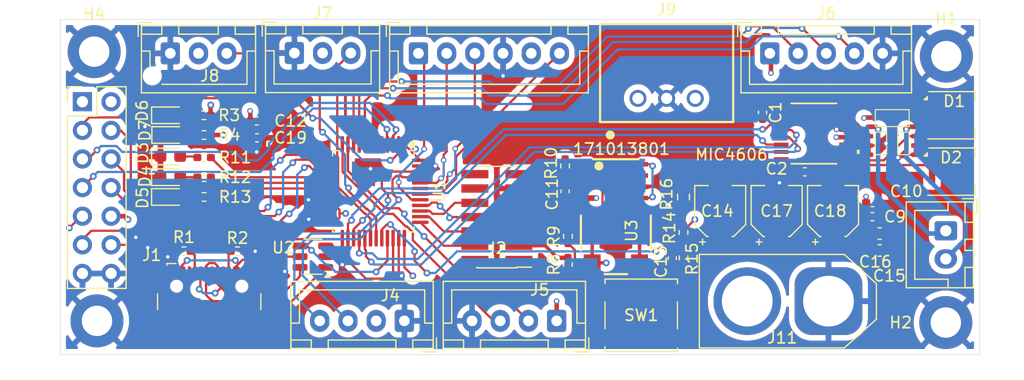
<source format=kicad_pcb>
(kicad_pcb (version 20240108) (generator "pcbnew") (generator_version "8.0")
  (layers (0 "F.Cu" signal) (1 "In1.Cu" signal) (2 "In2.Cu" signal) (31 "B.Cu" signal) (34 "B.Paste" user) (35 "F.Paste" user) (36 "B.SilkS" user "B.Silkscreen") (37 "F.SilkS" user "F.Silkscreen") (38 "B.Mask" user) (39 "F.Mask" user) (44 "Edge.Cuts" user))
  (net 0 "")
  (net 1 "Net-(MIC4606-BHB)")
  (net 2 "BHO")
  (net 3 "AHO")
  (net 4 "Net-(MIC4606-AHB)")
  (net 5 "GND")
  (net 6 "VCC")
  (net 7 "Net-(C11-Pad1)")
  (net 8 "+3.3V")
  (net 9 "/GPIO_filtered")
  (net 10 "Net-(C14-Pad2)")
  (net 11 "Net-(D3-A)")
  (net 12 "Net-(D4-A)")
  (net 13 "Net-(D5-A)")
  (net 14 "Net-(D6-A)")
  (net 15 "Net-(D7-A)")
  (net 16 "/V_USB")
  (net 17 "Net-(J1-CC1)")
  (net 18 "Net-(J1-CC2)")
  (net 19 "/D-")
  (net 20 "/D+")
  (net 24 "SWO")
  (net 25 "JTDI")
  (net 26 "SWDIO")
  (net 30 "SWCLK")
  (net 33 "MOT_1")
  (net 34 "MOT_2")
  (net 35 "/PA_7")
  (net 36 "/Echo_HC_SR04")
  (net 37 "/ADC_accelerometer_X")
  (net 38 "+5V")
  (net 39 "/PWM_TIM1_CH1")
  (net 40 "/PWM_TIM1_CH2")
  (net 41 "/USART1_RX")
  (net 42 "/STATE_Bluetooth")
  (net 43 "/USART1_TX")
  (net 44 "/EN_Bluetooth")
  (net 46 "ALO")
  (net 47 "ALI")
  (net 48 "BLI")
  (net 49 "AHI")
  (net 51 "BHI")
  (net 52 "BLO")
  (net 53 "/3.3V")
  (net 54 "Net-(R8-Pad2)")
  (net 55 "Net-(R10-Pad2)")
  (net 56 "/PB0_LED_1")
  (net 57 "/PB1_LED_2")
  (net 58 "/PB2_LED_3")
  (net 59 "Net-(R15-Pad2)")
  (net 60 "/USB_DP")
  (net 61 "/PC_14")
  (net 62 "/PC_13")
  (net 64 "/PA_6")
  (net 65 "/ADC_accelerometer_Z")
  (net 66 "/ADC_accelerometer_Y")
  (net 67 "/Trig_HC-SR04")
  (net 68 "/PA_5")
  (net 69 "/I2C1_SDA")
  (net 71 "/USB_DM")
  (net 72 "Net-(U3-Pad12)")
  (net 76 "/PC_15")
  (net 77 "/PB_10")
  (net 78 "/PB_11")
  (net 79 "/I2C1_SCL")
  (footprint "Connector_PinHeader_1.27mm:PinHeader_2x07_P1.27mm_Vertical_SMD" (layer "F.Cu") (at 87.7 117.54 180)
    (property "Reference" "J2")
    (property "Value" "Conn_ST_STDC14" (hide yes))
  )
  (footprint "MountingHole:MountingHole_2.7mm_M2.5_DIN965_Pad" (layer "F.Cu") (at 52.25 126.75)
    (property "Reference" "H3" (hide yes))
    (property "Value" "MountingHole_Pad" (hide yes))
  )
  (footprint "LED_SMD:LED_0603_1608Metric_Pad1.05x0.95mm_HandSolder" (layer "F.Cu") (at 58.75 108.5)
    (property "Reference" "D6")
    (property "Value" "RED_LED_5V" (hide yes))
  )
  (footprint "Resistor_SMD:R_0402_1005Metric_Pad0.72x0.64mm_HandSolder" (layer "F.Cu") (at 94 119.25 90)
    (property "Reference" "R9")
    (property "Value" "137k" (hide yes))
  )
  (footprint "Connector_JST:JST_XH_B4B-XH-A_1x04_P2.50mm_Vertical" (layer "F.Cu") (at 93 126.75 180)
    (property "Reference" "J5")
    (property "Value" "Conn_01x04")
  )
  (footprint "Resistor_SMD:R_0402_1005Metric_Pad0.72x0.64mm_HandSolder" (layer "F.Cu") (at 94 121.75 -90)
    (property "Reference" "R8")
    (property "Value" "287k" (hide yes))
  )
  (footprint "Capacitor_SMD:C_0402_1005Metric_Pad0.74x0.62mm_HandSolder" (layer "F.Cu") (at 93.75 115.25 90)
    (property "Reference" "C11")
    (property "Value" "1u")
  )
  (footprint "Capacitor_SMD:C_0402_1005Metric_Pad0.74x0.62mm_HandSolder" (layer "F.Cu") (at 121 116.25 180)
    (property "Reference" "C10")
    (property "Value" "10u" (hide yes))
  )
  (footprint "Resistor_SMD:R_0402_1005Metric_Pad0.72x0.64mm_HandSolder" (layer "F.Cu") (at 64.707628 120.57)
    (property "Reference" "R2")
    (property "Value" "5.1k" (hide yes))
  )
  (footprint "Diode_SMD:Littelfuse_PolyZen-LS" (layer "F.Cu") (at 128 108.5)
    (property "Reference" "D1")
    (property "Value" "D_Zener")
  )
  (footprint "Capacitor_SMD:C_0402_1005Metric_Pad0.74x0.62mm_HandSolder" (layer "F.Cu") (at 103.25 121.1825 -90)
    (property "Reference" "C13")
    (property "Value" "10n" (hide yes))
  )
  (footprint "Capacitor_SMD:CP_Elec_4x5.7" (layer "F.Cu") (at 107.5 117 90)
    (property "Reference" "C14")
    (property "Value" "10uF" (hide yes))
  )
  (footprint "Resistor_SMD:R_0402_1005Metric_Pad0.72x0.64mm_HandSolder" (layer "F.Cu") (at 61.7225 108.5 180)
    (property "Reference" "R3")
    (property "Value" "3k6" (hide yes))
  )
  (footprint "Connector_AMASS:AMASS_XT60-F_1x02_P7.20mm_Vertical" (layer "F.Cu") (at 117.1 125 180)
    (property "Reference" "J11")
    (property "Value" "Conn_01x02")
  )
  (footprint "Capacitor_SMD:C_0402_1005Metric_Pad0.74x0.62mm_HandSolder" (layer "F.Cu") (at 115 113.5196 180)
    (property "Reference" "C2")
    (property "Value" "1u" (hide yes))
  )
  (footprint "Connector_JST:JST_XH_B3B-XH-AM_1x03_P2.50mm_Vertical" (layer "F.Cu") (at 58.75 103)
    (property "Reference" "J8")
    (property "Value" "Conn_01x03" (hide yes))
  )
  (footprint "Resistor_SMD:R_0402_1005Metric_Pad0.72x0.64mm_HandSolder" (layer "F.Cu") (at 61.75 112.25 180)
    (property "Reference" "R11")
    (property "Value" "1k6" (hide yes))
  )
  (footprint "Package_QFP:LQFP-48_7x7mm_P0.5mm" (layer "F.Cu") (at 76.75 115.25 -90)
    (property "Reference" "U1")
    (property "Value" "STM32G431CBTx" (hide yes))
  )
  (footprint "MountingHole:MountingHole_2.7mm_M2.5_DIN965_Pad" (layer "F.Cu") (at 127.55 103.25)
    (property "Reference" "H1")
    (property "Value" "MountingHole_Pad" (hide yes))
  )
  (footprint "Connector_JST:JST_XH_B2B-XH-A_1x02_P2.50mm_Vertical" (layer "F.Cu") (at 127.5 118.75 -90)
    (property "Reference" "J3" (hide yes))
    (property "Value" "Conn_01x02" (hide yes))
  )
  (footprint "Capacitor_SMD:C_0402_1005Metric_Pad0.74x0.62mm_HandSolder" (layer "F.Cu") (at 66.4325 110.5)
    (property "Reference" "C19")
    (property "Value" "1u" (hide yes))
  )
  (footprint "Connector_JST:JST_XH_B6B-XH-A_1x06_P2.50mm_Vertical" (layer "F.Cu") (at 80.75 103)
    (property "Reference" "J12" (hide yes))
    (property "Value" "Conn_01x06")
  )
  (footprint "LED_SMD:LED_0603_1608Metric_Pad1.05x0.95mm_HandSolder" (layer "F.Cu") (at 58.75 115.75)
    (property "Reference" "D5")
    (property "Value" "LED_GREEN" (hide yes))
  )
  (footprint "Resistor_SMD:R_0402_1005Metric_Pad0.72x0.64mm_HandSolder" (layer "F.Cu") (at 104.25 121.1525 -90)
    (property "Reference" "R15")
    (property "Value" "10k" (hide yes))
  )
  (footprint "Connector_JST:JST_XH_B5B-XH-A_1x05_P2.50mm_Vertical" (layer "F.Cu") (at 111.9 103)
    (property "Reference" "J6")
    (property "Value" "Conn_01x05")
  )
  (footprint "LED_SMD:LED_0603_1608Metric_Pad1.05x0.95mm_HandSolder" (layer "F.Cu") (at 58.75 112.16)
    (property "Reference" "D3")
    (property "Value" "LED_GREEN" (hide yes))
  )
  (footprint "Connector_JST:JST_XH_B3B-XH-A_1x03_P2.50mm_Vertical" (layer "F.Cu") (at 69.75 102.975)
    (property "Reference" "J7")
    (property "Value" "Conn_01x03")
  )
  (footprint "LED_SMD:LED_0603_1608Metric_Pad1.05x0.95mm_HandSolder" (layer "F.Cu") (at 58.7775 110.25)
    (property "Reference" "D7")
    (property "Value" "RED_LED_3.3V" (hide yes))
  )
  (footprint "Resistor_SMD:R_0402_1005Metric_Pad0.72x0.64mm_HandSolder" (layer "F.Cu") (at 61.75 114 180)
    (property "Reference" "R12")
    (property "Value" "1k6" (hide yes))
  )
  (footprint "MountingHole:MountingHole_2.7mm_M2.5_DIN965_Pad" (layer "F.Cu") (at 127.5 126.9)
    (property "Reference" "H2")
    (property "Value" "MountingHole_Pad")
  )
  (footprint "Button_Switch_SMD:SW_Push_1P1T_NO_CK_KSC6xxJ" (layer "F.Cu") (at 100.5 126.25)
    (property "Reference" "SW1")
    (property "Value" "SW_Push")
  )
  (footprint "Package_TO_SOT_SMD:SOT-23-6" (layer "F.Cu") (at 71.3875 121.05 180)
    (property "Reference" "U2")
    (property "Value" "USBLC6-2SC6")
  )
  (footprint "Library_MAKER:173013542" (layer "F.Cu") (at 102.75 104.75)
    (property "Reference" "J9")
    (property "Value" "173010542")
  )
  (footprint "Diode_SMD:Littelfuse_PolyZen-LS" (layer "F.Cu") (at 128 113.5)
    (property "Reference" "D2")
    (property "Value" "D_Zener")
  )
  (footprint "Library_MAKER:TSSOP16_TS_MCH_MIS" (layer "F.Cu") (at 115.807501 110.124999)
    (property "Reference" "MIC4606")
    (property "Value" "~")
  )
  (footprint "Library_MAKER:FDMQ86530L" (layer "F.Cu") (at 122.75 110 -90)
    (property "Reference" "Mosfet_canal_N1" (hide yes))
    (property "Value" "~" (hide yes))
  )
  (footprint "Connector_USB:USB_C_Receptacle_GCT_USB4110" (layer "F.Cu") (at 62.2 126.175)
    (property "Reference" "J1")
    (property "Value" "USB_C_Receptacle_USB2.0_16P")
  )
  (footprint "Resistor_SMD:R_0402_1005Metric_Pad0.72x0.64mm_HandSolder" (layer "F.Cu") (at 93.75 113 90)
    (property "Reference" "R10")
    (property "Value" "5.6k" (hide yes))
  )
  (footprint "Capacitor_SMD:C_0402_1005Metric_Pad0.74x0.62mm_HandSolder" (layer "F.Cu") (at 121 117.5 180)
    (property "Reference" "C9")
    (property "Value" "22u" (hide yes))
  )
  (footprint "Capacitor_SMD:C_0603_1608Metric_Pad1.08x0.95mm_HandSolder" (layer "F.Cu") (at 121.6375 120.5)
    (property "Reference" "C15")
    (property "Value" "100nF" (hide yes))
  )
  (footprint "Resistor_SMD:R_0603_1608Metric_Pad0.98x0.95mm_HandSolder" (layer "F.Cu") (at 104.25 115.75 -90)
    (property "Reference" "R16")
    (property "Value" "110m")
  )
  (footprint "MountingHole:MountingHole_2.7mm_M2.5_DIN965_Pad" (layer "F.Cu") (at 52 102.85)
    (property "Reference" "H4")
    (property "Value" "MountingHole_Pad" (hide yes))
  )
  (footprint "Capacitor_SMD:C_0402_1005Metric_Pad0.74x0.62mm_HandSolder" (layer "F.Cu") (at 111.25 108.25 -90)
    (property "Reference" "C1")
    (property "Value" "1u" (hide yes))
  )
  (footprint "Capacitor_SMD:CP_Elec_4x5.7" (layer "F.Cu") (at 117.5 117 90)
    (property "Reference" "C18")
    (property "Value" "10uF" (hide yes))
  )
  (footprint "Resistor_SMD:R_0402_1005Metric_Pad0.72x0.64mm_HandSolder" (layer "F.Cu") (at 61.75 115.75 180)
    (property "Reference" "R13")
    (property "Value" "1k6" (hide yes))
  )
  (footprint "Library_MAKER:171023801" (layer "F.Cu") (at 98.25 117.5 -90)
    (property "Reference" "U3")
    (property "Value" "171013801")
  )
  (footprint "Resistor_SMD:R_0402_1005Metric_Pad0.72x0.64mm_HandSolder" (layer "F.Cu") (at 104.25 118.9025 -90)
    (property "Reference" "R14")
    (property "Value" "10k" (hide yes))
  )
  (footprint "Connector_PinHeader_2.54mm:PinHeader_2x07_P2.54mm_Vertical" (layer "F.Cu") (at 50.96 107.3)
    (property "Reference" "J10" (hide yes))
    (property "Value" "Conn_02x07_Odd_Even")
  )
  (footprint "Capacitor_SMD:C_0603_1608Metric_Pad1.08x0.95mm_HandSolder" (layer "F.Cu") (at 121.6375 119)
    (property "Reference" "C16")
    (property "Value" "100nF" (hide yes))
  )
  (footprint "LED_SMD:LED_0603_1608Metric_Pad1.05x0.95mm_HandSolder" (layer "F.Cu") (at 58.75 114)
    (property "Reference" "D4")
    (property "Value" "LED_GREEN" (hide yes))
  )
  (footprint "Resistor_SMD:R_0402_1005Metric_Pad0.72x0.64mm_HandSolder" (layer "F.Cu") (at 59.957628 120.57 180)
    (property "Reference" "R1")
    (property "Value" "5.1k" (hide yes))
  )
  (footprint "Capacitor_SMD:C_0402_1005Metric_Pad0.74x0.62mm_HandSolder" (layer "F.Cu") (at 66.415 109)
    (property "Reference" "C12")
    (property "Value" "1u" (hide yes))
  )
  (footprint "Capacitor_SMD:CP_Elec_4x5.7" (layer "F.Cu") (at 112.5 117 90)
    (property "Reference" "C17")
    (property "Value" "10uF" (hide yes))
  )
  (footprint "Connector_JST:JST_XH_B4B-XH-A_1x04_P2.50mm_Vertical" (layer "F.Cu") (at 79.5 126.75 180)
    (property "Reference" "J4")
    (property "Value" "Conn_01x04")
  )
  (footprint "Resistor_SMD:R_0402_1005Metric_Pad0.72x0.64mm_HandSolder" (layer "F.Cu") (at 61.75 110.25 180)
    (property "Reference" "R4")
    (property "Value" "1k6" (hide yes))
  )
  (gr_rect (start 49 100) (end 130.5 129.75) (stroke (width 0.05)) (fill none) (layer "Edge.Cuts"))
  (segment (start 111.25 108.8175) (end 111.25 108.748186) (width 0.2) (layer "F.Cu") (net 1))
  (segment (start 111.25 108.748186) (end 112.148186 107.85) (width 0.2) (layer "F.Cu") (net 1))
  (segment (start 112.148186 107.85) (end 112.908551 107.85) (width 0.2) (layer "F.Cu") (net 1))
  (segment (start 121.12 107.88) (end 121.62 107.38) (width 0.2) (layer "F.Cu") (net 2))
  (segment (start 125.16 107.38) (end 126.28 108.5) (width 0.2) (layer "F.Cu") (net 2))
  (segment (start 118.736451 107.88) (end 118.706451 107.85) (width 0.2) (layer "F.Cu") (net 2))
  (segment (start 118.706451 107.85) (end 118.706451 108.500001) (width 0.2) (layer "F.Cu") (net 2))
  (segment (start 120.75 107.88) (end 121.12 107.88) (width 0.2) (layer "F.Cu") (net 2))
  (segment (start 112.0599 107.3726) (end 111.75 107.6825) (width 0.2) (layer "F.Cu") (net 2))
  (segment (start 118.229051 107.3726) (end 112.0599 107.3726) (width 0.2) (layer "F.Cu") (net 2))
  (segment (start 121.62 107.38) (end 125.16 107.38) (width 0.2) (layer "F.Cu") (net 2))
  (segment (start 120.75 107.88) (end 118.736451 107.88) (width 0.2) (layer "F.Cu") (net 2))
  (segment (start 111.75 107.6825) (end 111.25 107.6825) (width 0.2) (layer "F.Cu") (net 2))
  (segment (start 118.706451 107.85) (end 118.229051 107.3726) (width 0.2) (layer "F.Cu") (net 2))
  (segment (start 118.807501 111.85105) (end 118.706451 111.75) (width 0.2) (layer "F.Cu") (net 3))
  (segment (start 118.706451 112.399998) (end 118.807501 112.298948) (width 0.2) (layer "F.Cu") (net 3))
  (segment (start 125.074999 107.88) (end 125.7 108.505001) (width 0.2) (layer "F.Cu") (net 3))
  (segment (start 118.778227 112.471773) (end 119.226453 112.92) (width 0.2) (layer "F.Cu") (net 3))
  (segment (start 118.807501 112.298948) (end 118.807501 111.85105) (width 0.2) (layer "F.Cu") (net 3))
  (segment (start 124.75 107.88) (end 125.074999 107.88) (width 0.2) (layer "F.Cu") (net 3))
  (segment (start 119.226453 112.92) (end 125.7 112.92) (width 0.2) (layer "F.Cu") (net 3))
  (segment (start 117.7304 113.5196) (end 118.778227 112.471773) (width 0.2) (layer "F.Cu") (net 3))
  (segment (start 125.7 112.92) (end 126.28 113.5) (width 0.2) (layer "F.Cu") (net 3))
  (segment (start 125.7 108.505001) (end 125.7 112.92) (width 0.2) (layer "F.Cu") (net 3))
  (segment (start 115.5675 113.5196) (end 117.7304 113.5196) (width 0.2) (layer "F.Cu") (net 3))
  (segment (start 118.706451 112.399998) (end 118.778227 112.471773) (width 0.2) (layer "F.Cu") (net 3))
  (segment (start 114.4325 113.5196) (end 114.028153 113.5196) (width 0.2) (layer "F.Cu") (net 4))
  (segment (start 114.4521 113.5) (end 114.4325 113.5196) (width 0.2) (layer "F.Cu") (net 4))
  (segment (start 114.028153 113.5196) (end 112.908551 112.399998) (width 0.2) (layer "F.Cu") (net 4))
  (segment (start 58.967628 122.495) (end 58.392628 123.07) (width 0.2) (layer "F.Cu") (net 5))
  (segment (start 71.25475 117.5) (end 72.5875 117.5) (width 0.2) (layer "F.Cu") (net 5))
  (segment (start 66.40224 111.74923) (end 66.40224 111.09776) (width 0.2) (layer "F.Cu") (net 5))
  (segment (start 59.027628 120.57) (end 58.527628 121.07) (width 0.2) (layer "F.Cu") (net 5))
  (segment (start 57.9025 112.1325) (end 57.875 112.16) (width 0.2) (layer "F.Cu") (net 5))
  (segment (start 71.150882 115.5) (end 72.5875 115.5) (width 0.2) (layer "F.Cu") (net 5))
  (segment (start 59.360128 120.57) (end 59.027628 120.57) (width 0.2) (layer "F.Cu") (net 5))
  (segment (start 79.25 122.75) (end 79 122.5) (width 0.2) (layer "F.Cu") (net 5))
  (segment (start 67 109.0175) (end 66.9825 109) (width 0.2) (layer "F.Cu") (net 5))
  (segment (start 112.5 115.2) (end 112.5 114.75) (width 0.2) (layer "F.Cu") (net 5))
  (segment (start 71 115.650882) (end 71.150882 115.5) (width 0.2) (layer "F.Cu") (net 5))
  (segment (start 73.3 121.05) (end 74 121.75) (width 0.2) (layer "F.Cu") (net 5))
  (segment (start 118.706451 109.800001) (end 117.867158 109.800001) (width 0.2) (layer "F.Cu") (net 5))
  (segment (start 56.5 109.5) (end 57.5 108.5) (width 0.2) (layer "F.Cu") (net 5))
  (segment (start 112.5 114.75) (end 112.75 114.5) (width 0.2) (layer "F.Cu") (net 5))
  (segment (start 66.40224 111.09776) (end 67 110.5) (width 0.2) (layer "F.Cu") (net 5))
  (segment (start 59.360128 121.2375) (end 59.360128 120.57) (width 0.2) (layer "F.Cu") (net 5))
  (segment (start 123.5 112) (end 123.25 112.25) (width 0.2) (layer "F.Cu") (net 5))
  (segment (start 98.65 114.85) (end 98.25 114.45) (width 0.2) (layer "F.Cu") (net 5))
  (segment (start 124.75 112) (end 123.5 112) (width 0.2) (layer "F.Cu") (net 5))
  (segment (start 124.75 111.18) (end 124.75 112) (width 0.2) (layer "F.Cu") (net 5))
  (segment (start 57.875 108.5) (end 57.875 110.2225) (width 0.2) (layer "F.Cu") (net 5))
  (segment (start 58.967628 122.495) (end 58.967628 121.63) (width 0.2) (layer "F.Cu") (net 5))
  (segment (start 57.875 114) (end 57.875 115.75) (width 0.2) (layer "F.Cu") (net 5))
  (segment (start 120.75 112) (end 120.75 111.18) (width 0.2) (layer "F.Cu") (net 5))
  (segment (start 120.75 111.18) (end 122.02 111.18) (width 0.2) (layer "F.Cu") (net 5))
  (segment (start 68.184613 123.07) (end 68.897245 122.357368) (width 0.2) (layer "F.Cu") (net 5))
  (segment (start 80.9125 113) (end 82.25 113) (width 0.2) (layer "F.Cu") (net 5))
  (segment (start 122.02 111.18) (end 122.2 111) (width 0.2) (layer "F.Cu") (net 5))
  (segment (start 74 121.75) (end 73.994485 121.755515) (width 0.2) (layer "F.Cu") (net 5))
  (segment (start 67 110.5) (end 67 109.0175) (width 0.2) (layer "F.Cu") (net 5))
  (segment (start 57.875 112.16) (end 57.875 114) (width 0.2) (layer "F.Cu") (net 5))
  (segment (start 79 122.5) (end 79 119.4125) (width 0.2) (layer "F.Cu") (net 5))
  (segment (start 57.5 108.5) (end 57.875 108.5) (width 0.2) (layer "F.Cu") (net 5))
  (segment (start 71.021689 117.733061) (end 71.25475 117.5) (width 0.2) (layer "F.Cu") (net 5))
  (segment (start 57.9025 110.25) (end 57.9025 112.1325) (width 0.2) (layer "F.Cu") (net 5))
  (segment (start 103.1625 116.6625) (end 104.25 116.6625) (width 0.2) (layer "F.Cu") (net 5))
  (segment (start 65.942628 123.07) (end 65.367628 122.495) (width 0.2) (layer "F.Cu") (net 5))
  (segment (start 57.875 110.2225) (end 57.9025 110.25) (width 0.2) (layer "F.Cu") (net 5))
  (segment (start 58.392628 123.07) (end 57.057628 123.07) (width 0.2) (layer "F.Cu") (net 5))
  (segment (start 65.942628 123.07) (end 67.277628 123.07) (width 0.2) (layer "F.Cu") (net 5))
  (segment (start 117.867158 109.800001) (end 117.814406 109.747249) (width 0.2) (layer "F.Cu") (net 5))
  (segment (start 67.277628 123.07) (end 68.184613 123.07) (width 0.2) (layer "F.Cu") (net 5))
  (segment (start 103 116.5) (end 103.1625 116.6625) (width 0.2) (layer "F.Cu") (net 5))
  (segment (start 58.967628 121.63) (end 59.360128 121.2375) (width 0.2) (layer "F.Cu") (net 5))
  (segment (start 72.525 121.05) (end 73.3 121.05) (width 0.2) (layer "F.Cu") (net 5))
  (segment (start 71 116) (end 71 115.650882) (width 0.2) (layer "F.Cu") (net 5))
  (segment (start 65.305128 120.57) (end 66.277628 120.57) (width 0.2) (layer "F.Cu") (net 5))
  (via (at 122.2 111) (size 0.6) (drill 0.3) (layers "F.Cu" "B.Cu") (net 5))
  (via (at 68.897245 122.357368) (size 0.6) (drill 0.3) (layers "F.Cu" "B.Cu") (net 5))
  (via (at 66.40224 111.74923) (size 0.6) (drill 0.3) (layers "F.Cu" "B.Cu") (net 5))
  (via (at 73.994485 121.755515) (size 0.6) (drill 0.3) (layers "F.Cu" "B.Cu") (net 5))
  (via (at 82.25 113) (size 0.5) (drill 0.3) (layers "F.Cu" "B.Cu") (net 5))
  (via (at 117.814406 109.747249) (size 0.5) (drill 0.3) (layers "F.Cu" "B.Cu") (net 5))
  (via (at 58.527628 121.07) (size 0.6) (drill 0.3) (layers "F.Cu" "B.Cu") (net 5))
  (via (at 55.690589 119.327896) (size 0.5) (drill 0.3) (layers "F.Cu" "B.Cu") (net 5))
  (via (at 56.5 109.5) (size 0.6) (drill 0.3) (layers "F.Cu" "B.Cu") (net 5))
  (via (at 88.25 105) (size 0.6) (drill 0.3) (layers "F.Cu" "B.Cu") (net 5))
  (via (at 112.75 114.5) (size 0.6) (drill 0.3) (layers "F.Cu" "B.Cu") (net 5))
  (via (at 123.25 112.25) (size 0.6) (drill 0.3) (layers "F.Cu" "B.Cu") (net 5))
  (via (at 76.5 113.25) (size 0.5) (drill 0.3) (layers "F.Cu" "B.Cu") (net 5))
  (via (at 71.021689 117.733061) (size 0.6) (drill 0.3) (layers "F.Cu" "B.Cu") (net 5))
  (via (at 103 116.5) (size 0.6) (drill 0.3) (layers "F.Cu" "B.Cu") (net 5))
  (via (at 79.25 122.75) (size 0.6) (drill 0.3) (layers "F.Cu" "B.Cu") (net 5))
  (via (at 56.75 120.25) (size 0.5) (drill 0.3) (layers "F.Cu" "B.Cu") (net 5))
  (via (at 66.277628 120.57) (size 0.6) (drill 0.3) (layers "F.Cu" "B.Cu") (net 5))
  (via (at 71 116) (size 0.6) (drill 0.3) (layers "F.Cu" "B.Cu") (net 5))
  (segment (start 88.25 103) (end 88.25 105) (width 0.2) (layer "B.Cu") (net 5))
  (segment (start 117.5 118.8) (end 119.1325 118.8) (width 0.4) (layer "F.Cu") (net 6))
  (segment (start 124.75 108.7) (end 120.75 108.7) (width 0.4) (layer "F.Cu") (net 6))
  (segment (start 95.65 116.85) (end 95.65 115.85) (width 0.5) (layer "F.Cu") (net 6))
  (segment (start 120.4325 118.6575) (end 120.775 119) (width 0.4) (layer "F.Cu") (net 6))
  (segment (start 118.706451 110.45) (end 117.791895 110.45) (width 0.4) (layer "F.Cu") (net 6))
  (segment (start 112.5 118.8) (end 117.5 118.8) (width 0.4) (layer "F.Cu") (net 6))
  (segment (start 120.4325 115.720054) (end 120.428608 115.716162) (width 0.4) (layer "F.Cu") (net 6))
  (segment (start 117.791895 110.45) (end 117.788673 110.446778) (width 0.4) (layer "F.Cu") (net 6))
  (segment (start 120.775 119) (end 120.775 120.5) (width 0.4) (layer "F.Cu") (net 6))
  (segment (start 120.4325 116.25) (end 120.4325 115.720054) (width 0.4) (layer "F.Cu") (net 6))
  (segment (start 119.1325 118.8) (end 120.4325 117.5) (width 0.4) (layer "F.Cu") (net 6))
  (segment (start 120.4325 116.25) (end 120.4325 117.5) (width 0.4) (layer "F.Cu") (net 6))
  (segment (start 120.3 108.7) (end 120.25 108.75) (width 0.4) (layer "F.Cu") (net 6))
  (segment (start 95.65 115.85) (end 96.514743 115.849999) (width 0.5) (layer "F.Cu") (net 6))
  (segment (start 120.75 108.7) (end 120.3 108.7) (width 0.4) (layer "F.Cu") (net 6))
  (segment (start 107.5 118.8) (end 112.5 118.8) (width 0.4) (layer "F.Cu") (net 6))
  (segment (start 120.4325 117.5) (end 120.4325 118.6575) (width 0.4) (layer "F.Cu") (net 6))
  (via (at 96.514743 115.849999) (size 0.5) (drill 0.3) (layers "F.Cu" "B.Cu") (net 6))
  (via (at 120.428608 115.716162) (size 0.5) (drill 0.3) (layers "F.Cu" "B.Cu") (net 6))
  (via (at 117.788673 110.446778) (size 0.5) (drill 0.3) (layers "F.Cu" "B.Cu") (net 6))
  (via (at 120.25 108.75) (size 0.5) (drill 0.3) (layers "F.Cu" "B.Cu") (net 6))
  (segment (start 93.75 115.8175) (end 94.6825 115.8175) (width 0.2) (layer "F.Cu") (net 7))
  (segment (start 94.6825 115.8175) (end 95.65 114.85) (width 0.2) (layer "F.Cu") (net 7))
  (segment (start 73.35741 116.5) (end 73.75 116.89259) (width 0.2) (layer "F.Cu") (net 8))
  (segment (start 93 126.75) (end 93 125) (width 0.4) (layer "F.Cu") (net 8))
  (segment (start 91.994071 120.08) (end 93.04646 121.132389) (width 0.3) (layer "F.Cu") (net 8))
  (segment (start 96.15 121.6) (end 96.15 119.1) (width 0.3) (layer "F.Cu") (net 8))
  (segment (start 73.35741 118) (end 72.5875 118) (width 0.2) (layer "F.Cu") (net 8))
  (segment (start 65.8475 109) (end 65.8475 110.4825) (width 0.2) (layer "F.Cu") (net 8))
  (segment (start 79.5 119.4125) (end 79.5 122) (width 0.2) (layer "F.Cu") (net 8))
  (segment (start 65.8475 108.145223) (end 65.821192 108.118915) (width 0.4) (layer "F.Cu") (net 8))
  (segment (start 73.75 117.60741) (end 73.35741 118) (width 0.2) (layer "F.Cu") (net 8))
  (segment (start 50.96 117.46) (end 50.84 117.46) (width 0.2) (layer "F.Cu") (net 8))
  (segment (start 94 121.1525) (end 93.066571 121.1525) (width 0.4) (layer "F.Cu") (net 8))
  (segment (start 80.20625 111.79375) (end 79.5 111.0875) (width 0.2) (layer "F.Cu") (net 8))
  (segment (start 73.75 116.89259) (end 73.75 117.212631) (width 0.2) (layer "F.Cu") (net 8))
  (segment (start 93.066571 121.1525) (end 93.04646 121.132389) (width 0.4) (layer "F.Cu") (net 8))
  (segment (start 53.5 117.46) (end 54.71 117.46) (width 0.4) (layer "F.Cu") (net 8))
  (segment (start 54.71 117.46) (end 55 117.75) (width 0.4) (layer "F.Cu") (net 8))
  (segment (start 65.8475 110.4825) (end 65.865 110.5) (width 0.2) (layer "F.Cu") (net 8))
  (segment (start 100.35 119.1) (end 100.35 121.6) (width 0.3) (layer "F.Cu") (net 8))
  (segment (start 74.296196 117.212631) (end 73.75 117.212631) (width 0.2) (layer "F.Cu") (net 8))
  (segment (start 80.20625 111.79375) (end 80.5 111.5) (width 0.2) (layer "F.Cu") (net 8))
  (segment (start 96.15 119.1) (end 100.35 119.1) (width 0.4) (layer "F.Cu") (net 8))
  (segment (start 65.8475 109) (end 65.8475 108.145223) (width 0.4) (layer "F.Cu") (net 8))
  (segment (start 72.5875 116.5) (end 73.35741 116.5) (width 0.2) (layer "F.Cu") (net 8))
  (segment (start 97.395052 121.6) (end 97.395468 121.599584) (width 0.3) (layer "F.Cu") (net 8))
  (segment (start 80.9125 112.5) (end 80.20625 111.79375) (width 0.2) (layer "F.Cu") (net 8))
  (segment (start 96.15 121.6) (end 97.395052 121.6) (width 0.3) (layer "F.Cu") (net 8))
  (segment (start 79.5 122) (end 80.25 122.75) (width 0.2) (layer "F.Cu") (net 8))
  (segment (start 73.75 117.212631) (end 73.75 117.60741) (width 0.2) (layer "F.Cu") (net 8))
  (segment (start 89.65 120.08) (end 91.994071 120.08) (width 0.3) (layer "F.Cu") (net 8))
  (segment (start 50.84 117.46) (end 49.8 118.5) (width 0.2) (layer "F.Cu") (net 8))
  (via (at 97.395468 121.599584) (size 0.6) (drill 0.3) (layers "F.Cu" "B.Cu") (net 8))
  (via (at 74.296196 117.212631) (size 0.6) (drill 0.3) (layers "F.Cu" "B.Cu") (net 8))
  (via (at 80.25 122.75) (size 0.6) (drill 0.3) (layers "F.Cu" "B.Cu") (net 8))
  (via (at 55 117.75) (size 0.6) (drill 0.3) (layers "F.Cu" "B.Cu") (net 8))
  (via (at 49.8 118.5) (size 0.6) (drill 0.3) (layers "F.Cu" "B.Cu") (net 8))
  (via (at 93.04646 121.132389) (size 0.5) (drill 0.3) (layers "F.Cu" "B.Cu") (net 8))
  (via (at 80.5 111.5) (size 0.6) (drill 0.3) (layers "F.Cu" "B.Cu") (net 8))
  (via (at 65.821192 108.118915) (size 0.5) (drill 0.3) (layers "F.Cu" "B.Cu") (net 8))
  (via (at 93 125) (size 0.5) (drill 0.3) (layers "F.Cu" "B.Cu") (net 8))
  (segment (start 104.19 120.615) (end 104.25 120.555) (width 0.3) (layer "F.Cu") (net 9))
  (segment (start 103.25 120.615) (end 104.19 120.615) (width 0.3) (layer "F.Cu") (net 9))
  (segment (start 102.164778 120.25) (end 102.5 120.25) (width 0.2) (layer "F.Cu") (net 9))
  (segment (start 77.5 118.64259) (end 77.945196 118.197394) (width 0.2) (layer "F.Cu") (net 9))
  (segment (start 101.832389 120.582389) (end 102.164778 120.25) (width 0.2) (layer "F.Cu") (net 9))
  (segment (start 104.25 120.555) (end 104.25 119.5) (width 0.3) (layer "F.Cu") (net 9))
  (segment (start 80.407257 120.592743) (end 80.407257 121.407257) (width 0.2) (layer "F.Cu") (net 9))
  (segment (start 80.407257 121.407257) (end 81.5 122.5) (width 0.2) (layer "F.Cu") (net 9))
  (segment (start 102.865 120.615) (end 103.25 120.615) (width 0.2) (layer "F.Cu") (net 9))
  (segment (start 77.945196 118.197394) (end 78.26263 118.197394) (width 0.2) (layer "F.Cu") (net 9))
  (segment (start 77.5 119.4125) (end 77.5 118.64259) (width 0.2) (layer "F.Cu") (net 9))
  (segment (start 102.5 120.25) (end 102.865 120.615) (width 0.2) (layer "F.Cu") (net 9))
  (via (at 101.832389 120.582389) (size 0.6) (drill 0.3) (layers "F.Cu" "B.Cu") (net 9))
  (via (at 81.5 122.5) (size 0.6) (drill 0.3) (layers "F.Cu" "B.Cu") (net 9))
  (via (at 78.26263 118.197394) (size 0.6) (drill 0.3) (layers "F.Cu" "B.Cu") (net 9))
  (via (at 80.407257 120.592743) (size 0.6) (drill 0.3) (layers "F.Cu" "B.Cu") (net 9))
  (segment (start 78.26263 118.197394) (end 80.407257 120.342021) (width 0.2) (layer "B.Cu") (net 9))
  (segment (start 84.167611 120.582389) (end 82.25 122.5) (width 0.2) (layer "B.Cu") (net 9))
  (segment (start 101.832389 120.582389) (end 84.167611 120.582389) (width 0.2) (layer "B.Cu") (net 9))
  (segment (start 80.407257 120.342021) (end 80.407257 120.592743) (width 0.2) (layer "B.Cu") (net 9))
  (segment (start 82.25 122.5) (end 81.5 122.5) (width 0.2) (layer "B.Cu") (net 9))
  (segment (start 107.1375 114.8375) (end 107.5 115.2) (width 0.3) (layer "F.Cu") (net 10))
  (segment (start 104.25 114.8375) (end 107.1375 114.8375) (width 0.3) (layer "F.Cu") (net 10))
  (segment (start 59.625 112.16) (end 61.0625 112.16) (width 0.2) (layer "F.Cu") (net 11))
  (segment (start 61.0625 112.16) (end 61.1525 112.25) (width 0.2) (layer "F.Cu") (net 11))
  (segment (start 59.625 114) (end 61.1525 114) (width 0.2) (layer "F.Cu") (net 12))
  (segment (start 59.625 115.75) (end 61.1525 115.75) (width 0.2) (layer "F.Cu") (net 13))
  (segment (start 59.625 108.5) (end 61.125 108.5) (width 0.2) (layer "F.Cu") (net 14))
  (segment (start 59.6525 110.25) (end 61.1525 110.25) (width 0.2) (layer "F.Cu") (net 15))
  (segment (start 69.072372 121.05) (end 70.25 121.05) (width 0.2) (layer "F.Cu") (net 16))
  (segment (start 64.517628 121.3853) (end 64.786143 121.653815) (width 0.2) (layer "F.Cu") (net 16))
  (segment (start 64.786143 121.653815) (end 64.833815 121.653815) (width 0.2) (layer "F.Cu") (net 16))
  (segment (start 64.567628 121.920001) (end 64.833815 121.653815) (width 0.2) (layer "F.Cu") (net 16))
  (segment (start 64.567628 122.495) (end 64.567628 121.920001) (width 0.2) (layer "F.Cu") (net 16))
  (segment (start 59.767628 122.495) (end 59.767628 121.848779) (width 0.2) (layer "F.Cu") (net 16))
  (segment (start 64.833815 121.653815) (end 65.167629 121.32) (width 0.2) (layer "F.Cu") (net 16))
  (segment (start 59.767628 121.848779) (end 60.237392 121.379015) (width 0.2) (layer "F.Cu") (net 16))
  (segment (start 68.802372 121.32) (end 69.072372 121.05) (width 0.2) (layer "F.Cu") (net 16))
  (segment (start 65.167629 121.32) (end 68.802372 121.32) (width 0.2) (layer "F.Cu") (net 16))
  (via (at 64.517628 121.3853) (size 0.6) (drill 0.3) (layers "F.Cu" "B.Cu") (net 16))
  (via (at 60.237392 121.379015) (size 0.6) (drill 0.3) (layers "F.Cu" "B.Cu") (net 16))
  (segment (start 60.237392 121.379015) (end 64.511343 121.379015) (width 0.2) (layer "B.Cu") (net 16))
  (segment (start 64.511343 121.379015) (end 64.517628 121.3853) (width 0.2) (layer "B.Cu") (net 16))
  (segment (start 60.917628 120.9325) (end 60.917628 122.495) (width 0.2) (layer "F.Cu") (net 17))
  (segment (start 60.555128 120.57) (end 60.917628 120.9325) (width 0.2) (layer "F.Cu") (net 17))
  (segment (start 63.917628 120.7625) (end 63.917628 122.495) (width 0.2) (layer "F.Cu") (net 18))
  (segment (start 64.110128 120.57) (end 63.917628 120.7625) (width 0.2) (layer "F.Cu") (net 18))
  (segment (start 63.233752 123.82) (end 62.97069 124.083062) (width 0.2) (layer "F.Cu") (net 19))
  (segment (start 70.25 122) (end 70.25 122.792372) (width 0.2) (layer "F.Cu") (net 19))
  (segment (start 62.765626 124.288126) (end 62.97069 124.083062) (width 0.2) (layer "F.Cu") (net 19))
  (segment (start 61.417628 123.838349) (end 61.417628 122.495) (width 0.2) (layer "F.Cu") (net 19))
  (segment (start 62.685218 123.37) (end 62.417628 123.10241) (width 0.2) (layer "F.Cu") (net 19))
  (segment (start 64.027628 124.57) (end 63.277628 123.82) (width 0.2) (layer "F.Cu") (net 19))
  (segment (start 63.277628 123.82) (end 63.233752 123.82) (width 0.2) (layer "F.Cu") (net 19))
  (segment (start 63.233752 123.82) (end 63.233752 123.776124) (width 0.2) (layer "F.Cu") (net 19))
  (segment (start 61.317628 123.938349) (end 61.417628 123.838349) (width 0.2) (layer "F.Cu") (net 19))
  (segment (start 68.472372 124.57) (end 64.027628 124.57) (width 0.2) (layer "F.Cu") (net 19))
  (segment (start 62.72454 124.288126) (end 62.765626 124.288126) (width 0.2) (layer "F.Cu") (net 19))
  (segment (start 70.25 122.792372) (end 68.472372 124.57) (width 0.2) (layer "F.Cu") (net 19))
  (segment (start 63.233752 123.776124) (end 62.827628 123.37) (width 0.2) (layer "F.Cu") (net 19))
  (segment (start 62.417628 123.10241) (end 62.417628 122.495) (width 0.2) (layer "F.Cu") (net 19))
  (segment (start 62.827628 123.37) (end 62.685218 123.37) (width 0.2) (layer "F.Cu") (net 19))
  (via (at 62.72454 124.288126) (size 0.6) (drill 0.3) (layers "F.Cu" "B.Cu") (net 19))
  (via (at 61.317628 123.938349) (size 0.6) (drill 0.3) (layers "F.Cu" "B.Cu") (net 19))
  (segment (start 61.667405 124.288126) (end 61.317628 123.938349) (width 0.2) (layer "B.Cu") (net 19))
  (segment (start 62.72454 124.288126) (end 61.667405 124.288126) (width 0.2) (layer "B.Cu") (net 19))
  (segment (start 62.95 121.88759) (end 62.95 122.495) (width 0.2) (layer "F.Cu") (net 20))
  (segment (start 69.625 124.9) (end 72.525 122) (width 0.2) (layer "F.Cu") (net 20))
  (segment (start 62.68241 121.62) (end 62.95 121.88759) (width 0.2) (layer "F.Cu") (net 20))
  (segment (start 69.525 125) (end 69.6375 124.8875) (width 0.2) (layer "F.Cu") (net 20))
  (segment (start 61.917628 121.88759) (end 62.185218 121.62) (width 0.2) (layer "F.Cu") (net 20))
  (segment (start 62.527628 125) (end 69.525 125) (width 0.2) (layer "F.Cu") (net 20))
  (segment (start 62.427628 124.9) (end 62.527628 125) (width 0.2) (layer "F.Cu") (net 20))
  (segment (start 61.917628 124.46) (end 61.917628 121.88759) (width 0.2) (layer "F.Cu") (net 20))
  (segment (start 62.185218 121.62) (end 62.68241 121.62) (width 0.2) (layer "F.Cu") (net 20))
  (segment (start 62.427628 124.97) (end 61.917628 124.46) (width 0.2) (layer "F.Cu") (net 20))
  (segment (start 82.675 116.575) (end 82.35 116.25) (width 0.2) (layer "F.Cu") (net 24))
  (segment (start 82.35 116.25) (end 81.93241 116.25) (width 0.2) (layer "F.Cu") (net 24))
  (segment (start 83.56 117.54) (end 85.75 117.54) (width 0.2) (layer "F.Cu") (net 24))
  (segment (start 81.68241 116.5) (end 80.9125 116.5) (width 0.2) (layer "F.Cu") (net 24))
  (segment (start 83.5 117.6) (end 83.56 117.54) (width 0.2) (layer "F.Cu") (net 24))
  (segment (start 81.93241 116.25) (end 81.68241 116.5) (width 0.2) (layer "F.Cu") (net 24))
  (via (at 82.675 116.575) (size 0.6) (drill 0.3) (layers "F.Cu" "B.Cu") (net 24))
  (via (at 83.5 117.6) (size 0.6) (drill 0.3) (layers "F.Cu" "B.Cu") (net 24))
  (segment (start 82.675 116.575) (end 83.5 117.4) (width 0.2) (layer "B.Cu") (net 24))
  (segment (start 83.5 117.4) (end 83.5 117.6) (width 0.2) (layer "B.Cu") (net 24))
  (segment (start 83.001471 117.25) (end 83.981471 116.27) (width 0.2) (layer "F.Cu") (net 25))
  (segment (start 81.748095 117) (end 81.998095 117.25) (width 0.2) (layer "F.Cu") (net 25))
  (segment (start 80.9125 117) (end 81.748095 117) (width 0.2) (layer "F.Cu") (net 25))
  (segment (start 83.981471 116.27) (end 85.75 116.27) (width 0.2) (layer "F.Cu") (net 25))
  (segment (start 81.998095 117.25) (end 83.001471 117.25) (width 0.2) (layer "F.Cu") (net 25))
  (segment (start 82.9925 120.08) (end 80.9125 118) (width 0.2) (layer "F.Cu") (net 26))
  (segment (start 85.75 120.08) (end 82.9925 120.08) (width 0.2) (layer "F.Cu") (net 26))
  (segment (start 80.9125 117.5) (end 81.68241 117.5) (width 0.2) (layer "F.Cu") (net 30))
  (segment (start 81.68241 117.5) (end 82.99241 118.81) (width 0.2) (layer "F.Cu") (net 30))
  (segment (start 82.99241 118.81) (end 85.75 118.81) (width 0.2) (layer "F.Cu") (net 30))
  (segment (start 121.27 109.52) (end 121.5 109.75) (width 0.4) (layer "F.Cu") (net 33))
  (segment (start 127.25 119) (end 127.5 118.75) (width 0.4) (layer "F.Cu") (net 33))
  (segment (start 120.75 109.52) (end 121.27 109.52) (width 0.4) (layer "F.Cu") (net 33))
  (via (at 121.5 109.75) (size 0.6) (drill 0.3) (layers "F.Cu" "B.Cu") (net 33))
  (segment (start 126 119) (end 127.25 119) (width 0.4) (layer "B.Cu") (net 33))
  (segment (start 121.5 109.75) (end 121.5 114.5) (width 0.4) (layer "B.Cu") (net 33))
  (segment (start 127.25 119) (end 127.5 118.75) (width 0.4) (layer "B.Cu") (net 33))
  (segment (start 121.5 114.5) (end 126 119) (width 0.4) (layer "B.Cu") (net 33))
  (segment (start 124.23 109.52) (end 124 109.75) (width 0.4) (layer "F.Cu") (net 34))
  (segment (start 124.75 109.52) (end 124.23 109.52) (width 0.4) (layer "F.Cu") (net 34))
  (via (at 124 109.75) (size 0.6) (drill 0.3) (layers "F.Cu" "B.Cu") (net 34))
  (segment (start 129.25 117.5) (end 129.25 119.5) (width 0.4) (layer "B.Cu") (net 34))
  (segment (start 124 109.75) (end 124 112.25) (width 0.4) (layer "B.Cu") (net 34))
  (segment (start 124 112.25) (end 129.25 117.5) (width 0.4) (layer "B.Cu") (net 34))
  (segment (start 129.25 119.5) (end 127.5 121.25) (width 0.4) (layer "B.Cu") (net 34))
  (segment (start 68.147476 118.25) (end 56.83 118.25) (width 0.2) (layer "F.Cu") (net 35))
  (segment (start 71.562768 113.5) (end 72.5875 113.5) (width 0.2) (layer "F.Cu") (net 35))
  (segment (start 71.050877 112.988109) (end 71.562768 113.5) (width 0.2) (layer "F.Cu") (net 35))
  (segment (start 69.14331 117.254166) (end 68.147476 118.25) (width 0.2) (layer "F.Cu") (net 35))
  (segment (start 56.83 118.25) (end 53.5 114.92) (width 0.2) (layer "F.Cu") (net 35))
  (segment (start 70.795707 112.988109) (end 71.050877 112.988109) (width 0.2) (layer "F.Cu") (net 35))
  (segment (start 70.641908 113.141908) (end 70.795707 112.988109) (width 0.2) (layer "F.Cu") (net 35))
  (segment (start 69.294175 117.254166) (end 69.14331 117.254166) (width 0.2) (layer "F.Cu") (net 35))
  (via (at 69.294175 117.254166) (size 0.6) (drill 0.3) (layers "F.Cu" "B.Cu") (net 35))
  (via (at 70.641908 113.141908) (size 0.6) (drill 0.3) (layers "F.Cu" "B.Cu") (net 35))
  (segment (start 70 116.548341) (end 70 113.783816) (width 0.2) (layer "B.Cu") (net 35))
  (segment (start 69.294175 117.254166) (end 70 116.548341) (width 0.2) (layer "B.Cu") (net 35))
  (segment (start 70 113.783816) (end 70.641908 113.141908) (width 0.2) (layer "B.Cu") (net 35))
  (segment (start 77.75 117.25) (end 78.5 117.25) (width 0.2) (layer "F.Cu") (net 36))
  (segment (start 74 111.0875) (end 74.025 111.1125) (width 0.2) (layer "F.Cu") (net 36))
  (segment (start 74.025 111.1125) (end 74.025 113.525) (width 0.2) (layer "F.Cu") (net 36))
  (segment (start 78.5 117.25) (end 79.625 118.375) (width 0.2) (layer "F.Cu") (net 36))
  (segment (start 80.25 119.586956) (end 87.413044 126.75) (width 0.2) (layer "F.Cu") (net 36))
  (segment (start 79.73241 118.375) (end 80.25 118.89259) (width 0.2) (layer "F.Cu") (net 36))
  (segment (start 87.413044 126.75) (end 88 126.75) (width 0.2) (layer "F.Cu") (net 36))
  (segment (start 74.025 113.525) (end 77.75 117.25) (width 0.2) (layer "F.Cu") (net 36))
  (segment (start 80.25 118.89259) (end 80.25 119.586956) (width 0.2) (layer "F.Cu") (net 36))
  (segment (start 79.625 118.375) (end 79.73241 118.375) (width 0.2) (layer "F.Cu") (net 36))
  (segment (start 75 106.25) (end 75 111.0875) (width 0.2) (layer "F.Cu") (net 37))
  (segment (start 75.75 105.5) (end 75 106.25) (width 0.2) (layer "F.Cu") (net 37))
  (segment (start 110 100.8) (end 110.2 100.6) (width 0.2) (layer "F.Cu") (net 37))
  (segment (start 110.2 100.6) (end 112.1 100.6) (width 0.2) (layer "F.Cu") (net 37))
  (segment (start 79.25 105.5) (end 75.75 105.5) (width 0.2) (layer "F.Cu") (net 37))
  (segment (start 112.1 100.6) (end 114.5 103) (width 0.2) (layer "F.Cu") (net 37))
  (via (at 79.25 105.5) (size 0.6) (drill 0.3) (layers "F.Cu" "B.Cu") (net 37))
  (via (at 110 100.8) (size 0.6) (drill 0.3) (layers "F.Cu" "B.Cu") (net 37))
  (segment (start 109.3 101.5) (end 97.5 101.5) (width 0.2) (layer "B.Cu") (net 37))
  (segment (start 110 100.8) (end 109.3 101.5) (width 0.2) (layer "B.Cu") (net 37))
  (segment (start 93.25 105.75) (end 87.315686 105.75) (width 0.2) (layer "B.Cu") (net 37))
  (segment (start 87.315686 105.75) (end 87.065686 105.5) (width 0.2) (layer "B.Cu") (net 37))
  (segment (start 97.5 101.5) (end 93.25 105.75) (width 0.2) (layer "B.Cu") (net 37))
  (segment (start 87.065686 105.5) (end 79.25 105.5) (width 0.2) (layer "B.Cu") (net 37))
  (segment (start 62.32 108.5) (end 62.32 107.599461) (width 0.4) (layer "F.Cu") (net 38))
  (segment (start 104.25 118.305) (end 104.695 118.305) (width 0.2) (layer "F.Cu") (net 38))
  (segment (start 61.5 103.25) (end 61.25 103) (width 0.2) (layer "F.Cu") (net 38))
  (segment (start 62.32 107.599461) (end 62.333875 107.585586) (width 0.4) (layer "F.Cu") (net 38))
  (segment (start 104.695 118.305) (end 105.25 117.75) (width 0.2) (layer "F.Cu") (net 38))
  (segment (start 112 103) (end 112 104.75) (width 0.4) (layer "F.Cu") (net 38))
  (via (at 62.333875 107.585586) (size 0.6) (drill 0.3) (layers "F.Cu" "B.Cu") (net 38))
  (via (at 112 104.75) (size 0.5) (drill 0.3) (layers "F.Cu" "B.Cu") (net 38))
  (via (at 105.25 117.75) (size 0.6) (drill 0.3) (layers "F.Cu" "B.Cu") (net 38))
  (segment (start 73.625 112.26759) (end 73.625 114.875) (width 0.2) (layer "F.Cu") (net 39))
  (segment (start 76.5 117.681504) (end 76.5 119.4125) (width 0.2) (layer "F.Cu") (net 39))
  (segment (start 76.044877 117.226381) (end 76.5 117.681504) (width 0.2) (layer "F.Cu") (net 39))
  (segment (start 73.55 112.19259) (end 73.625 112.26759) (width 0.2) (layer "F.Cu") (net 39))
  (segment (start 75.976381 117.226381) (end 76.044877 117.226381) (width 0.2) (layer "F.Cu") (net 39))
  (segment (start 73.625 114.875) (end 75.976381 117.226381) (width 0.2) (layer "F.Cu") (net 39))
  (segment (start 73.55 104.175) (end 73.55 112.19259) (width 0.2) (layer "F.Cu") (net 39))
  (segment (start 74.75 102.975) (end 73.55 104.175) (width 0.2) (layer "F.Cu") (net 39))
  (segment (start 76.142067 116.826381) (end 76.210563 116.826381) (width 0.2) (layer "F.Cu") (net 40))
  (segment (start 72.25 110) (end 72 109.75) (width 0.2) (layer "F.Cu") (net 40))
  (segment (start 76.210563 116.826381) (end 77 117.615818) (width 0.2) (layer "F.Cu") (net 40))
  (segment (start 74.549265 114.950735) (end 74.549265 115.233579) (width 0.2) (layer "F.Cu") (net 40))
  (segment (start 67.5 104.75) (end 65.75 103) (width 0.2) (layer "F.Cu") (net 40))
  (segment (start 70 104.75) (end 67.5 104.75) (width 0.2) (layer "F.Cu") (net 40))
  (segment (start 65.75 103) (end 63.75 103) (width 0.2) (layer "F.Cu") (net 40))
  (segment (start 72 109.75) (end 72 106.75) (width 0.2) (layer "F.Cu") (net 40))
  (segment (start 72 106.75) (end 70 104.75) (width 0.2) (layer "F.Cu") (net 40))
  (segment (start 77 117.615818) (end 77 119.4125) (width 0.2) (layer "F.Cu") (net 40))
  (segment (start 74.549265 115.233579) (end 76.142067 116.826381) (width 0.2) (layer "F.Cu") (net 40))
  (via (at 72.25 110) (size 0.6) (drill 0.3) (layers "F.Cu" "B.Cu") (net 40))
  (via (at 74.549265 114.950735) (size 0.6) (drill 0.3) (layers "F.Cu" "B.Cu") (net 40))
  (segment (start 74.25 112) (end 72.25 110) (width 0.2) (layer "B.Cu") (net 40))
  (segment (start 74.25 114.65147) (end 74.25 112) (width 0.2) (layer "B.Cu") (net 40))
  (segment (start 74.549265 114.950735) (end 74.25 114.65147) (width 0.2) (layer "B.Cu") (net 40))
  (segment (start 82.986091 112.486091) (end 82.986091 111.986091) (width 0.2) (layer "F.Cu") (net 41))
  (segment (start 82.986091 111.986091) (end 83.25 111.722182) (width 0.2) (layer "F.Cu") (net 41))
  (segment (start 83.25 111.722182) (end 83.25 103) (width 0.2) (layer "F.Cu") (net 41))
  (segment (start 80.9125 114.5) (end 82.357374 114.5) (width 0.2) (layer "F.Cu") (net 41))
  (segment (start 82.357374 114.5) (end 82.760737 114.096637) (width 0.2) (layer "F.Cu") (net 41))
  (via (at 82.760737 114.096637) (size 0.5) (drill 0.3) (layers "F.Cu" "B.Cu") (net 41))
  (via (at 82.986091 112.486091) (size 0.5) (drill 0.3) (layers "F.Cu" "B.Cu") (net 41))
  (segment (start 82.760737 114.096637) (end 82.986091 113.871283) (width 0.2) (layer "B.Cu") (net 41))
  (segment (start 82.986091 113.871283) (end 82.986091 112.486091) (width 0.2) (layer "B.Cu") (net 41))
  (segment (start 80.75 103) (end 81.25 103.5) (width 0.2) (layer "F.Cu") (net 42))
  (segment (start 80.14259 116) (end 80.9125 116) (width 0.2) (layer "F.Cu") (net 42))
  (segment (start 79 114.45) (end 79 114.85741) (width 0.2) (layer "F.Cu") (net 42))
  (segment (start 79 114.85741) (end 80.14259 116) (width 0.2) (layer "F.Cu") (net 42))
  (segment (start 81.25 103.5) (end 81.25 111.5) (width 0.2) (layer "F.Cu") (net 42))
  (via (at 79 114.45) (size 0.5) (drill 0.3) (layers "F.Cu" "B.Cu") (net 42))
  (via (at 81.25 111.5) (size 0.5) (drill 0.3) (layers "F.Cu" "B.Cu") (net 42))
  (segment (start 79 114.45) (end 79 113.848529) (width 0.2) (layer "B.Cu") (net 42))
  (segment (start 81.25 111.598529) (end 81.25 111.5) (width 0.2) (layer "B.Cu") (net 42))
  (segment (start 79 113.848529) (end 81.25 111.598529) (width 0.2) (layer "B.Cu") (net 42))
  (segment (start 83.310737 114.324455) (end 82.635192 115) (width 0.2) (layer "F.Cu") (net 43))
  (segment (start 83.536091 113.721197) (end 83.310737 113.946551) (width 0.2) (layer "F.Cu") (net 43))
  (segment (start 82.635192 115) (end 80.9125 115) (width 0.2) (layer "F.Cu") (net 43))
  (segment (start 85.75 103) (end 85.75 109.722182) (width 0.2) (layer "F.Cu") (net 43))
  (segment (start 83.310737 113.946551) (end 83.310737 114.324455) (width 0.2) (layer "F.Cu") (net 43))
  (segment (start 85.75 109.722182) (end 84.010187 111.461995) (width 0.2) (layer "F.Cu") (net 43))
  (via (at 83.536091 113.721197) (size 0.5) (drill 0.3) (layers "F.Cu" "B.Cu") (net 43))
  (via (at 84.010187 111.461995) (size 0.5) (drill 0.3) (layers "F.Cu" "B.Cu") (net 43))
  (segment (start 84.010187 113.247101) (end 84.010187 111.461995) (width 0.2) (layer "B.Cu") (net 43))
  (segment (start 83.536091 113.721197) (end 84.010187 113.247101) (width 0.2) (layer "B.Cu") (net 43))
  (segment (start 80.9125 115.5) (end 82.700878 115.5) (width 0.2) (layer "F.Cu") (net 44))
  (segment (start 82.700878 115.5) (end 84.086091 114.114787) (width 0.2) (layer "F.Cu") (net 44))
  (segment (start 84.086091 112.163909) (end 88.75 107.5) (width 0.2) (layer "F.Cu") (net 44))
  (segment (start 88.75 107.5) (end 93.25 103) (width 0.2) (layer "F.Cu") (net 44))
  (segment (start 84.086091 114.114787) (end 84.086091 112.163909) (width 0.2) (layer "F.Cu") (net 44))
  (segment (start 119.5575 111.099998) (end 120 111.542498) (width 0.2) (layer "F.Cu") (net 46))
  (segment (start 120.356544 112.5) (end 122 112.5) (width 0.2) (layer "F.Cu") (net 46))
  (segment (start 120 111.542498) (end 120 112.143456) (width 0.2) (layer "F.Cu") (net 46))
  (segment (start 122 112.5) (end 124.14 110.36) (width 0.2) (layer "F.Cu") (net 46))
  (segment (start 120 112.143456) (end 120.356544 112.5) (width 0.2) (layer "F.Cu") (net 46))
  (segment (start 124.14 110.36) (end 124.75 110.36) (width 0.2) (layer "F.Cu") (net 46))
  (segment (start 118.706451 111.099998) (end 119.5575 111.099998) (width 0.2) (layer "F.Cu") (net 46))
  (segment (start 76.568951 121.51424) (end 76.1 121.045289) (width 0.2) (layer "F.Cu") (net 47))
  (segment (start 76 120.401471) (end 76 119.4125) (width 0.2) (layer "F.Cu") (net 47))
  (segment (start 113.601468 110.449997) (end 112.908551 110.449997) (width 0.2) (layer "F.Cu") (net 47))
  (segment (start 114.374265 111.222794) (end 113.601468 110.449997) (width 0.2) (layer "F.Cu") (net 47))
  (segment (start 114.374265 111.474265) (end 114.374265 111.222794) (width 0.2) (layer "F.Cu") (net 47))
  (segment (start 76.1 121.045289) (end 76.1 120.501471) (width 0.2) (layer "F.Cu") (net 47))
  (segment (start 76.1 120.501471) (end 76 120.401471) (width 0.2) (layer "F.Cu") (net 47))
  (via (at 114.374265 111.474265) (size 0.6) (drill 0.3) (layers "F.Cu" "B.Cu") (net 47))
  (via (at 76.568951 121.51424) (size 0.6) (drill 0.3) (layers "F.Cu" "B.Cu") (net 47))
  (segment (start 76.804711 121.75) (end 81 121.75) (width 0.2) (layer "B.Cu") (net 47))
  (segment (start 114.09853 111.75) (end 114.374265 111.474265) (width 0.2) (layer "B.Cu") (net 47))
  (segment (start 81 121.75) (end 91 111.75) (width 0.2) (layer "B.Cu") (net 47))
  (segment (start 91 111.75) (end 114.09853 111.75) (width 0.2) (layer "B.Cu") (net 47))
  (segment (start 76.568951 121.51424) (end 76.804711 121.75) (width 0.2) (layer "B.Cu") (net 47))
  (segment (start 75.5 120.75) (end 75.5 119.4125) (width 0.2) (layer "F.Cu") (net 48))
  (segment (start 113.799998 109.799998) (end 112.908551 109.799998) (width 0.2) (layer "F.Cu") (net 48))
  (segment (start 114.25 110.25) (end 113.799998 109.799998) (width 0.2) (layer "F.Cu") (net 48))
  (via (at 114.25 110.25) (size 0.6) (drill 0.3) (layers "F.Cu" "B.Cu") (net 48))
  (via (at 75.5 120.75) (size 0.6) (drill 0.3) (layers "F.Cu" "B.Cu") (net 48))
  (segment (start 76.65324 120.75) (end 77.15324 121.25) (width 0.2) (layer "B.Cu") (net 48))
  (segment (start 90.598529 111.35) (end 113.65 111.35) (width 0.2) (layer "B.Cu") (net 48))
  (segment (start 114.25 110.75) (end 114.25 110.25) (width 0.2) (layer "B.Cu") (net 48))
  (segment (start 77.15324 121.25) (end 80.698529 121.25) (width 0.2) (layer "B.Cu") (net 48))
  (segment (start 80.698529 121.25) (end 90.598529 111.35) (width 0.2) (layer "B.Cu") (net 48))
  (segment (start 75.5 120.75) (end 76.65324 120.75) (width 0.2) (layer "B.Cu") (net 48))
  (segment (start 113.65 111.35) (end 114.25 110.75) (width 0.2) (layer "B.Cu") (net 48))
  (segment (start 75 119.4125) (end 75 118.622729) (width 0.2) (layer "F.Cu") (net 49))
  (segment (start 111.599998 111.099998) (end 112.908551 111.099998) (width 0.2) (layer "F.Cu") (net 49))
  (segment (start 111.25 110.75) (end 111.599998 111.099998) (width 0.2) (layer "F.Cu") (net 49))
  (segment (start 75 118.622729) (end 75.796348 117.826381) (width 0.2) (layer "F.Cu") (net 49))
  (via (at 111.25 110.75) (size 0.6) (drill 0.3) (layers "F.Cu" "B.Cu") (net 49))
  (via (at 75.796348 117.826381) (size 0.6) (drill 0.3) (layers "F.Cu" "B.Cu") (net 49))
  (segment (start 75.796348 117.826381) (end 76.849646 116.773083) (width 0.2) (layer "B.Cu") (net 49))
  (segment (start 83.35 115.4) (end 88.5 110.25) (width 0.2) (layer "B.Cu") (net 49))
  (segment (start 76.849646 116.773083) (end 76.849646 116.400354) (width 0.2) (layer "B.Cu") (net 49))
  (segment (start 77.85 115.4) (end 83.35 115.4) (width 0.2) (layer "B.Cu") (net 49))
  (segment (start 76.849646 116.400354) (end 77.85 115.4) (width 0.2) (layer "B.Cu") (net 49))
  (segment (start 110.75 110.25) (end 111.25 110.75) (width 0.2) (layer "B.Cu") (net 49))
  (segment (start 88.5 110.25) (end 110.75 110.25) (width 0.2) (layer "B.Cu") (net 49))
  (segment (start 74.812359 117.823843) (end 74.5 118.136202) (width 0.2) (layer "F.Cu") (net 51))
  (segment (start 112.1 109.15) (end 112.908551 109.15) (width 0.2) (layer "F.Cu") (net 51))
  (segment (start 111.25 109.75) (end 111.5 109.75) (width 0.2) (layer "F.Cu") (net 51))
  (segment (start 74.5 118.136202) (end 74.5 119.4125) (width 0.2) (layer "F.Cu") (net 51))
  (segment (start 111.5 109.75) (end 112.1 109.15) (width 0.2) (layer "F.Cu") (net 51))
  (via (at 111.25 109.75) (size 0.6) (drill 0.3) (layers "F.Cu" "B.Cu") (net 51))
  (via (at 74.812359 117.823843) (size 0.6) (drill 0.3) (layers "F.Cu" "B.Cu") (net 51))
  (segment (start 74.812359 117.544997) (end 74.896196 117.46116) (width 0.2) (layer "B.Cu") (net 51))
  (segment (start 77.25 115) (end 83.051471 115) (width 0.2) (layer "B.Cu") (net 51))
  (segment (start 74.896196 117.46116) (end 74.896196 117.353804) (width 0.2) (layer "B.Cu") (net 51))
  (segment (start 83.051471 115) (end 88.301471 109.75) (width 0.2) (layer "B.Cu") (net 51))
  (segment (start 74.896196 117.353804) (end 77.25 115) (width 0.2) (layer "B.Cu") (net 51))
  (segment (start 74.812359 117.823843) (end 74.812359 117.544997) (width 0.2) (layer "B.Cu") (net 51))
  (segment (start 88.301471 109.75) (end 111.25 109.75) (width 0.2) (layer "B.Cu") (net 51))
  (segment (start 118.706451 109.15) (end 119.5575 109.15) (width 0.2) (layer "F.Cu") (net 52))
  (segment (start 120.425001 110.36) (end 120.75 110.36) (width 0.2) (layer "F.Cu") (net 52))
  (segment (start 120 109.934999) (end 120.425001 110.36) (width 0.2) (layer "F.Cu") (net 52))
  (segment (start 120 109.5925) (end 120 109.934999) (width 0.2) (layer "F.Cu") (net 52))
  (segment (start 119.5575 109.15) (end 120 109.5925) (width 0.2) (layer "F.Cu") (net 52))
  (segment (start 62.3475 110.25) (end 63.435072 110.25) (width 0.4) (layer "F.Cu") (net 53))
  (segment (start 63.435072 110.25) (end 63.435215 110.249857) (width 0.4) (layer "F.Cu") (net 53))
  (via (at 63.435215 110.249857) (size 0.6) (drill 0.3) (layers "F.Cu" "B.Cu") (net 53))
  (segment (start 94 119.8475) (end 94.62 120.4675) (width 0.2) (layer "F.Cu") (net 54))
  (segment (start 94.62 120.4675) (end 94.62 121.7275) (width 0.2) (layer "F.Cu") (net 54))
  (segment (start 94.706672 119.140828) (end 95.109172 119.140828) (width 0.2) (layer "F.Cu") (net 54))
  (segment (start 95.109172 119.140828) (end 97.064743 117.185257) (width 0.2) (layer "F.Cu") (net 54))
  (segment (start 97.064743 115.264743) (end 95.65 113.85) (width 0.2) (layer "F.Cu") (net 54))
  (segment (start 97.064743 117.185257) (end 97.064743 115.264743) (width 0.2) (layer "F.Cu") (net 54))
  (segment (start 94.62 121.7275) (end 94 122.3475) (width 0.2) (layer "F.Cu") (net 54))
  (segment (start 94 119.8475) (end 94.706672 119.140828) (width 0.2) (layer "F.Cu") (net 54))
  (segment (start 95.65 112.85) (end 94.1975 112.85) (width 0.2) (layer "F.Cu") (net 55))
  (segment (start 94.1975 112.85) (end 93.75 112.4025) (width 0.2) (layer "F.Cu") (net 55))
  (segment (start 62.3475 112.25) (end 64.0975 114) (width 0.2) (layer "F.Cu") (net 56))
  (segment (start 64.0975 114) (end 72.5875 114) (width 0.2) (layer "F.Cu") (net 56))
  (segment (start 62.8475 114.5) (end 72.5875 114.5) (width 0.2) (layer "F.Cu") (net 57))
  (segment (start 62.3475 114) (end 62.8475 114.5) (width 0.2) (layer "F.Cu") (net 57))
  (segment (start 62.704999 115.75) (end 63.454999 115) (width 0.2) (layer "F.Cu") (net 58))
  (segment (start 62.3475 115.75) (end 62.704999 115.75) (width 0.2) (layer "F.Cu") (net 58))
  (segment (start 63.454999 115) (end 72.5875 115) (width 0.2) (layer "F.Cu") (net 58))
  (segment (start 104.25 123.4) (end 104.25 121.75) (width 0.3) (layer "F.Cu") (net 59))
  (segment (start 103.4 124.25) (end 104.25 123.4) (width 0.3) (layer "F.Cu") (net 59))
  (segment (start 97.6 124.25) (end 103.4 124.25) (width 0.2) (layer "F.Cu") (net 59))
  (segment (start 78.5 122.5) (end 78.5 119.4125) (width 0.2) (layer "F.Cu") (net 60))
  (segment (start 72.525 120.1) (end 73.187499 120.1) (width 0.2) (layer "F.Cu") (net 60))
  (segment (start 73.187499 120.1) (end 76.087499 123) (width 0.2) (layer "F.Cu") (net 60))
  (segment (start 78 123) (end 78.5 122.5) (width 0.2) (layer "F.Cu") (net 60))
  (segment (start 76.087499 123) (end 78 123) (width 0.2) (layer "F.Cu") (net 60))
  (segment (start 78.758881 110.058709) (end 78.5 110.31759) (width 0.2) (layer "F.Cu") (net 61))
  (segment (start 50.96 112.38) (end 51.46 112.38) (width 0.2) (layer "F.Cu") (net 61))
  (segment (start 78.5 110.31759) (end 78.5 111.0875) (width 0.2) (layer "F.Cu") (net 61))
  (segment (start 78.758881 109.773273) (end 78.758881 110.058709) (width 0.2) (layer "F.Cu") (net 61))
  (segment (start 51.46 112.38) (end 52.25 111.59) (width 0.2) (layer "F.Cu") (net 61))
  (via (at 52.25 111.59) (size 0.6) (drill 0.3) (layers "F.Cu" "B.Cu") (net 61))
  (via (at 78.758881 109.773273) (size 0.6) (drill 0.3) (layers "F.Cu" "B.Cu") (net 61))
  (segment (start 70.377909 108.347407) (end 70.152593 108.347407) (width 0.2) (layer "B.Cu") (net 61))
  (segment (start 64.5 111.75) (end 54.496346 111.75) (width 0.2) (layer "B.Cu") (net 61))
  (segment (start 76.464838 107.4) (end 71.325316 107.4) (width 0.2) (layer "B.Cu") (net 61))
  (segment (start 53.976346 111.23) (end 52.61 111.23) (width 0.2) (layer "B.Cu") (net 61))
  (segment (start 52.61 111.23) (end 52.25 111.59) (width 0.2) (layer "B.Cu") (net 61))
  (segment (start 78.758881 109.694043) (end 76.464838 107.4) (width 0.2) (layer "B.Cu") (net 61))
  (segment (start 70.152593 108.347407) (end 67.5 111) (width 0.2) (layer "B.Cu") (net 61))
  (segment (start 54.496346 111.75) (end 53.976346 111.23) (width 0.2) (layer "B.Cu") (net 61))
  (segment (start 65.25 112.5) (end 64.5 111.75) (width 0.2) (layer "B.Cu") (net 61))
  (segment (start 71.325316 107.4) (end 70.377909 108.347407) (width 0.2) (layer "B.Cu") (net 61))
  (segment (start 67.5 111) (end 67.5 111.499999) (width 0.2) (layer "B.Cu") (net 61))
  (segment (start 67.5 111.499999) (end 66.499999 112.5) (width 0.2) (layer "B.Cu") (net 61))
  (segment (start 66.499999 112.5) (end 65.25 112.5) (width 0.2) (layer "B.Cu") (net 61))
  (segment (start 78.758881 109.773273) (end 78.758881 109.694043) (width 0.2) (layer "B.Cu") (net 61))
  (segment (start 69.601873 106.985586) (end 57.854414 106.985586) (width 0.2) (layer "F.Cu") (net 62))
  (segment (start 57.854414 106.985586) (end 56.15 108.69) (width 0.2) (layer "F.Cu") (net 62))
  (segment (start 51.56 108.69) (end 50.96 109.29) (width 0.2) (layer "F.Cu") (net 62))
  (segment (start 50.96 109.29) (end 50.96 109.84) (width 0.2) (layer "F.Cu") (net 62))
  (segment (start 56.15 108.69) (end 51.56 108.69) (width 0.2) (layer "F.Cu") (net 62))
  (segment (start 78.35741 112.5) (end 79 111.85741) (width 0.2) (layer "F.Cu") (net 62))
  (segment (start 78.25 112.5) (end 78.35741 112.5) (width 0.2) (layer "F.Cu") (net 62))
  (segment (start 79 111.85741) (end 79 111.0875) (width 0.2) (layer "F.Cu") (net 62))
  (segment (start 71.377909 108.761622) (end 69.601873 106.985586) (width 0.2) (layer "F.Cu") (net 62))
  (via (at 71.377909 108.761622) (size 0.6) (drill 0.3) (layers "F.Cu" "B.Cu") (net 62))
  (via (at 78.25 112.5) (size 0.6) (drill 0.3) (layers "F.Cu" "B.Cu") (net 62))
  (segment (start 72.060151 108.761622) (end 71.377909 108.761622) (width 0.2) (layer "B.Cu") (net 62))
  (segment (start 78.25 112.5) (end 75.798529 112.5) (width 0.2) (layer "B.Cu") (net 62))
  (segment (start 75.798529 112.5) (end 72.060151 108.761622) (width 0.2) (layer "B.Cu") (net 62))
  (segment (start 68.00573 117.449037) (end 56.949037 117.449037) (width 0.2) (layer "F.Cu") (net 64))
  (segment (start 69.60882 112.706963) (end 69.874295 112.441488) (width 0.2) (layer "F.Cu") (net 64))
  (segment (start 69.874295 112.441488) (end 71.069942 112.441488) (width 0.2) (layer "F.Cu") (net 64))
  (segment (start 56.949037 117.449037) (end 54.65 115.15) (width 0.2) (layer "F.Cu") (net 64))
  (segment (start 54.65 115.15) (end 54.65 113.53) (width 0.2) (layer "F.Cu") (net 64))
  (segment (start 71.069942 112.441488) (end 71.628454 113) (width 0.2) (layer "F.Cu") (net 64))
  (segment (start 71.628454 113) (end 72.5875 113) (width 0.2) (layer "F.Cu") (net 64))
  (segment (start 54.65 113.53) (end 53.5 112.38) (width 0.2) (layer "F.Cu") (net 64))
  (segment (start 68.367268 117.087499) (end 68.00573 117.449037) (width 0.2) (layer "F.Cu") (net 64))
  (via (at 69.60882 112.706963) (size 0.6) (drill 0.3) (layers "F.Cu" "B.Cu") (net 64))
  (via (at 68.367268 117.087499) (size 0.6) (drill 0.3) (layers "F.Cu" "B.Cu") (net 64))
  (segment (start 68.367268 117.087499) (end 68.75 116.704767) (width 0.2) (layer "B.Cu") (net 64))
  (segment (start 68.75 113.565783) (end 69.60882 112.706963) (width 0.2) (layer "B.Cu") (net 64))
  (segment (start 68.75 116.704767) (end 68.75 113.565783) (width 0.2) (layer "B.Cu") (net 64))
  (segment (start 76.5 106.75) (end 76 107.25) (width 0.2) (layer "F.Cu") (net 65))
  (segment (start 118 101.5) (end 119.5 103) (width 0.2) (layer "F.Cu") (net 65))
  (segment (start 78 106.75) (end 76.5 106.75) (width 0.2) (layer "F.Cu") (net 65))
  (segment (start 76 107.25) (end 76 111.0875) (width 0.2) (layer "F.Cu") (net 65))
  (via (at 78 106.75) (size 0.6) (drill 0.3) (layers "F.Cu" "B.Cu") (net 65))
  (via (at 118 101.5) (size 0.6) (drill 0.3) (layers "F.Cu" "B.Cu") (net 65))
  (segment (start 111.25 101.5) (end 110.1 102.65) (width 0.2) (layer "B.Cu") (net 65))
  (segment (start 118 101.5) (end 111.25 101.5) (width 0.2) (layer "B.Cu") (net 65))
  (segment (start 93.565686 107.5) (end 86.75 107.5) (width 0.2) (layer "B.Cu") (net 65))
  (segment (start 86.25 107) (end 78.25 107) (width 0.2) (layer "B.Cu") (net 65))
  (segment (start 86.75 107.5) (end 86.25 107) (width 0.2) (layer "B.Cu") (net 65))
  (segment (start 98.415686 102.65) (end 93.565686 107.5) (width 0.2) (layer "B.Cu") (net 65))
  (segment (start 110.1 102.65) (end 98.415686 102.65) (width 0.2) (layer "B.Cu") (net 65))
  (segment (start 78.25 107) (end 78 106.75) (width 0.2) (layer "B.Cu") (net 65))
  (segment (start 114.75 100.8) (end 114.8 100.8) (width 0.2) (layer "F.Cu") (net 66))
  (segment (start 75.9 106.1) (end 78.5 106.1) (width 0.2) (layer "F.Cu") (net 66))
  (segment (start 75.5 106.5) (end 75.9 106.1) (width 0.2) (layer "F.Cu") (net 66))
  (segment (start 75.5 106.5) (end 75.5 111.0875) (width 0.2) (layer "F.Cu") (net 66))
  (segment (start 114.8 100.8) (end 117 103) (width 0.2) (layer "F.Cu") (net 66))
  (via (at 78.5 106.1) (size 0.6) (drill 0.3) (layers "F.Cu" "B.Cu") (net 66))
  (via (at 114.75 100.8) (size 0.6) (drill 0.3) (layers "F.Cu" "B.Cu") (net 66))
  (segment (start 109.802759 102) (end 98 102) (width 0.2) (layer "B.Cu") (net 66))
  (segment (start 93.25 106.75) (end 87.065686 106.75) (width 0.2) (layer "B.Cu") (net 66))
  (segment (start 98 102) (end 93.25 106.75) (width 0.2) (layer "B.Cu") (net 66))
  (segment (start 114.75 100.8) (end 114.7 100.75) (width 0.2) (layer "B.Cu") (net 66))
  (segment (start 111.052759 100.75) (end 109.802759 102) (width 0.2) (layer "B.Cu") (net 66))
  (segment (start 87.065686 106.75) (end 86.415686 106.1) (width 0.2) (layer "B.Cu") (net 66))
  (segment (start 114.7 100.75) (end 111.052759 100.75) (width 0.2) (layer "B.Cu") (net 66))
  (segment (start 86.415686 106.1) (end 78.5 106.1) (width 0.2) (layer "B.Cu") (net 66))
  (segment (start 79 116.75) (end 77.815686 116.75) (width 0.2) (layer "F.Cu") (net 67))
  (segment (start 88.75 125) (end 90.5 126.75) (width 0.2) (layer "F.Cu") (net 67))
  (segment (start 74.5 113.434314) (end 74.5 111.0875) (width 0.2) (layer "F.Cu") (net 67))
  (segment (start 87 125) (end 88.75 125) (width 0.2) (layer "F.Cu") (net 67))
  (segment (start 79.5 117.25) (end 79 116.75) (width 0.2) (layer "F.Cu") (net 67))
  (segment (start 77.815686 116.75) (end 74.5 113.434314) (width 0.2) (layer "F.Cu") (net 67))
  (segment (start 81.25 119.25) (end 87 125) (width 0.2) (layer "F.Cu") (net 67))
  (via (at 79.5 117.25) (size 0.6) (drill 0.3) (layers "F.Cu" "B.Cu") (net 67))
  (via (at 81.25 119.25) (size 0.6) (drill 0.3) (layers "F.Cu" "B.Cu") (net 67))
  (segment (start 79.5 117.25) (end 79.5 117.527862) (width 0.2) (layer "B.Cu") (net 67))
  (segment (start 81.222138 119.25) (end 81.25 119.25) (width 0.2) (layer "B.Cu") (net 67))
  (segment (start 79.5 117.527862) (end 81.222138 119.25) (width 0.2) (layer "B.Cu") (net 67))
  (segment (start 71.210479 112.016339) (end 71.69414 112.5) (width 0.2) (layer "F.Cu") (net 68))
  (segment (start 68.983661 112.016339) (end 71.210479 112.016339) (width 0.2) (layer "F.Cu") (net 68))
  (segment (start 68.5 112.5) (end 68.983661 112.016339) (width 0.2) (layer "F.Cu") (net 68))
  (segment (start 67.064968 117) (end 57.25 117) (width 0.2) (layer "F.Cu") (net 68))
  (segment (start 71.69414 112.5) (end 72.5875 112.5) (width 0.2) (layer "F.Cu") (net 68))
  (segment (start 55.25 110.75) (end 54.34 109.84) (width 0.2) (layer "F.Cu") (net 68))
  (segment (start 57.25 117) (end 55.25 115) (width 0.2) (layer "F.Cu") (net 68))
  (segment (start 55.25 115) (end 55.25 110.75) (width 0.2) (layer "F.Cu") (net 68))
  (segment (start 54.34 109.84) (end 53.5 109.84) (width 0.2) (layer "F.Cu") (net 68))
  (segment (start 67.407484 116.657484) (end 67.064968 117) (width 0.2) (layer "F.Cu") (net 68))
  (via (at 67.407484 116.657484) (size 0.6) (drill 0.3) (layers "F.Cu" "B.Cu") (net 68))
  (via (at 68.5 112.5) (size 0.6) (drill 0.3) (layers "F.Cu" "B.Cu") (net 68))
  (segment (start 67.657484 116.407484) (end 67.657484 113.342516) (width 0.2) (layer "B.Cu") (net 68))
  (segment (start 67.407484 116.657484) (end 67.657484 116.407484) (width 0.2) (layer "B.Cu") (net 68))
  (segment (start 67.657484 113.342516) (end 68.5 112.5) (width 0.2) (layer "B.Cu") (net 68))
  (segment (start 77.5 115) (end 78.049265 115.549265) (width 0.2) (layer "F.Cu") (net 69))
  (segment (start 78.25 113.5) (end 77.5 114.25) (width 0.2) (layer "F.Cu") (net 69))
  (segment (start 80.9125 113.5) (end 78.25 113.5) (width 0.2) (layer "F.Cu") (net 69))
  (segment (start 78.049265 115.549265) (end 78.049265 116.049265) (width 0.2) (layer "F.Cu") (net 69))
  (segment (start 77.5 114.25) (end 77.5 115) (width 0.2) (layer "F.Cu") (net 69))
  (segment (start 80.9125 113.5) (end 80.9625 113.55) (width 0.2) (layer "F.Cu") (net 69))
  (via (at 78.049265 116.049265) (size 0.6) (drill 0.3) (layers "F.Cu" "B.Cu") (net 69))
  (segment (start 69.75 124.5) (end 72 126.75) (width 0.2) (layer "B.Cu") (net 69))
  (segment (start 78.049265 116.421993) (end 75.471258 119) (width 0.2) (layer "B.Cu") (net 69))
  (segment (start 71.25 119) (end 69.75 120.5) (width 0.2) (layer "B.Cu") (net 69))
  (segment (start 69.75 120.5) (end 69.75 124.5) (width 0.2) (layer "B.Cu") (net 69))
  (segment (start 75.471258 119) (end 71.25 119) (width 0.2) (layer "B.Cu") (net 69))
  (segment (start 78.049265 116.049265) (end 78.049265 116.421993) (width 0.2) (layer "B.Cu") (net 69))
  (segment (start 70.25 120.1) (end 70.879962 120.1) (width 0.2) (layer "F.Cu") (net 71))
  (segment (start 78 121.4) (end 78 119.4125) (width 0.2) (layer "F.Cu") (net 71))
  (segment (start 70.879962 120.1) (end 71.266934 120.486972) (width 0.2) (layer "F.Cu") (net 71))
  (segment (start 77 122.4) (end 78 121.4) (width 0.2) (layer "F.Cu") (net 71))
  (via (at 71.266934 120.486972) (size 0.6) (drill 0.3) (layers "F.Cu" "B.Cu") (net 71))
  (via (at 77 122.4) (size 0.6) (drill 0.3) (layers "F.Cu" "B.Cu") (net 71))
  (segment (start 72.75 121.75) (end 72.529962 121.75) (width 0.2) (layer "B.Cu") (net 71))
  (segment (start 72.529962 121.75) (end 71.266934 120.486972) (width 0.2) (layer "B.Cu") (net 71))
  (segment (start 77 122.4) (end 73.4 122.4) (width 0.2) (layer "B.Cu") (net 71))
  (segment (start 73.4 122.4) (end 72.75 121.75) (width 0.2) (layer "B.Cu") (net 71))
  (segment (start 101.4 115.85) (end 100.85 115.85) (width 0.2) (layer "F.Cu") (net 72))
  (segment (start 101.5 115.75) (end 101.4 115.85) (width 0.2) (layer "F.Cu") (net 72))
  (segment (start 100.85 112.85) (end 101.35 112.85) (width 0.2) (layer "F.Cu") (net 72))
  (segment (start 101.35 112.85) (end 101.5 113) (width 0.2) (layer "F.Cu") (net 72))
  (via (at 101.5 113) (size 0.6) (drill 0.3) (layers "F.Cu" "B.Cu") (net 72))
  (via (at 101.5 115.75) (size 0.6) (drill 0.3) (layers "F.Cu" "B.Cu") (net 72))
  (segment (start 101.5 113) (end 101.5 113.5) (width 0.2) (layer "B.Cu") (net 72))
  (segment (start 101.5 113.5) (end 101.5 115.75) (width 0.2) (layer "B.Cu") (net 72))
  (segment (start 51.92 113.92) (end 50.96 114.88) (width 0.2) (layer "F.Cu") (net 76))
  (segment (start 77.959447 111.046947) (end 78 111.0875) (width 0.2) (layer "F.Cu") (net 76))
  (segment (start 77.959447 109.743138) (end 77.959447 111.046947) (width 0.2) (layer "F.Cu") (net 76))
  (segment (start 50.96 114.88) (end 50.96 114.92) (width 0.2) (layer "F.Cu") (net 76))
  (via (at 77.959447 109.743138) (size 0.6) (drill 0.3) (layers "F.Cu" "B.Cu") (net 76))
  (via (at 51.92 113.92) (size 0.6) (drill 0.3) (layers "F.Cu" "B.Cu") (net 76))
  (segment (start 71.391002 107.9) (end 70.777909 108.513093) (width 0.2) (layer "B.Cu") (net 76))
  (segment (start 66.72 113.53) (end 52.31 113.53) (width 0.2) (layer "B.Cu") (net 76))
  (segment (start 70.777909 108.537777) (end 68.75 110.565686) (width 0.2) (layer "B.Cu") (net 76))
  (segment (start 52.31 113.53) (end 51.92 113.92) (width 0.2) (layer "B.Cu") (net 76))
  (segment (start 67.9 111.725) (end 67.9 112.35) (width 0.2) (layer "B.Cu") (net 76))
  (segment (start 68.75 110.875) (end 67.9 111.725) (width 0.2) (layer "B.Cu") (net 76))
  (segment (start 68.75 110.565686) (end 68.75 110.875) (width 0.2) (layer "B.Cu") (net 76))
  (segment (start 76.116309 107.9) (end 71.391002 107.9) (width 0.2) (layer "B.Cu") (net 76))
  (segment (start 77.959447 109.743138) (end 76.116309 107.9) (width 0.2) (layer "B.Cu") (net 76))
  (segment (start 67.9 112.35) (end 66.72 113.53) (width 0.2) (layer "B.Cu") (net 76))
  (segment (start 70.777909 108.513093) (end 70.777909 108.537777) (width 0.2) (layer "B.Cu") (net 76))
  (segment (start 70.75 117) (end 72.5875 117) (width 0.2) (layer "F.Cu") (net 77))
  (segment (start 50.96 119.54) (end 51.75 118.75) (width 0.2) (layer "F.Cu") (net 77))
  (segment (start 50.96 120) (end 50.96 119.54) (width 0.2) (layer "F.Cu") (net 77))
  (segment (start 51.75 118.75) (end 69 118.75) (width 0.2) (layer "F.Cu") (net 77))
  (segment (start 69 118.75) (end 70.75 117) (width 0.2) (layer "F.Cu") (net 77))
  (segment (start 56 120) (end 56.5 119.5) (width 0.2) (layer "F.Cu") (net 78))
  (segment (start 73.9125 119.5) (end 74 119.4125) (width 0.2) (layer "F.Cu") (net 78))
  (segment (start 56.5 119.5) (end 73.9125 119.5) (width 0.2) (layer "F.Cu") (net 78))
  (segment (start 53.5 120) (end 56 120) (width 0.2) (layer "F.Cu") (net 78))
  (segment (start 80.9125 114) (end 79.327818 114) (width 0.2) (layer "F.Cu") (net 79))
  (segment (start 78.45 114.222182) (end 78.45 115.45) (width 0.2) (layer "F.Cu") (net 79))
  (segment (start 78.772182 113.9) (end 78.45 114.222182) (width 0.2) (layer "F.Cu") (net 79))
  (segment (start 79.327818 114) (end 79.227818 113.9) (width 0.2) (layer "F.Cu") (net 79))
  (segment (start 78.45 115.45) (end 79 116) (width 0.2) (layer "F.Cu") (net 79))
  (segment (start 79.227818 113.9) (end 78.772182 113.9) (width 0.2) (layer "F.Cu") (net 79))
  (via (at 79 116) (size 0.6) (drill 0.3) (layers "F.Cu" "B.Cu") (net 79))
  (segment (start 70.5 120.405377) (end 70.5 122.75) (width 0.2) (layer "B.Cu") (net 79))
  (segment (start 79 116) (end 79 116.036944) (width 0.2) (layer "B.Cu") (net 79))
  (segment (start 71.405377 119.5) (end 70.5 120.405377) (width 0.2) (layer "B.Cu") (net 79))
  (segment (start 79 116.036944) (end 75.536944 119.5) (width 0.2) (layer "B.Cu") (net 79))
  (segment (start 70.5 122.75) (end 74.5 126.75) (width 0.2) (layer "B.Cu") (net 79))
  (segment (start 75.536944 119.5) (end 71.405377 119.5) (width 0.2) (layer "B.Cu") (net 79))
  (zone (net 5) (net_name "GND") (layer "F.Cu") (priority 4) (connect_pads (clearance 0.5)) (min_thickness 0.25) (fill yes (thermal_gap 0.5) (thermal_bridge_width 0.5))
    (polygon (pts (xy 49 100) (xy 130.5 100) (xy 130.5 129.75) (xy 49 129.75)))
  )
  (zone (net 5) (net_name "GND") (layer "B.Cu") (priority 5) (connect_pads (clearance 0.5)) (min_thickness 0.25) (fill yes (thermal_gap 0.5) (thermal_bridge_width 0.5))
    (polygon (pts (xy 49 100) (xy 130.5 100) (xy 130.5 129.75) (xy 49 129.75)))
  )
)
</source>
